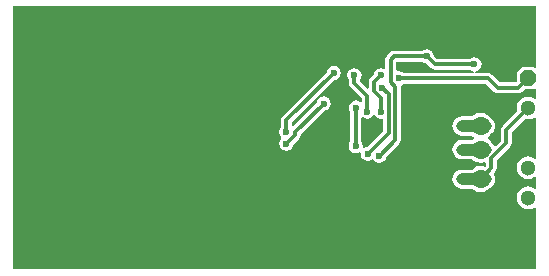
<source format=gbl>
%FSLAX44Y44*%
%MOMM*%
G71*
G01*
G75*
G04 Layer_Physical_Order=2*
G04 Layer_Color=16711680*
%ADD10O,0.6500X0.2000*%
G04:AMPARAMS|DCode=11|XSize=2.75mm|YSize=1.9mm|CornerRadius=0.228mm|HoleSize=0mm|Usage=FLASHONLY|Rotation=90.000|XOffset=0mm|YOffset=0mm|HoleType=Round|Shape=RoundedRectangle|*
%AMROUNDEDRECTD11*
21,1,2.7500,1.4440,0,0,90.0*
21,1,2.2940,1.9000,0,0,90.0*
1,1,0.4560,0.7220,1.1470*
1,1,0.4560,0.7220,-1.1470*
1,1,0.4560,-0.7220,-1.1470*
1,1,0.4560,-0.7220,1.1470*
%
%ADD11ROUNDEDRECTD11*%
G04:AMPARAMS|DCode=12|XSize=1mm|YSize=0.95mm|CornerRadius=0.1995mm|HoleSize=0mm|Usage=FLASHONLY|Rotation=0.000|XOffset=0mm|YOffset=0mm|HoleType=Round|Shape=RoundedRectangle|*
%AMROUNDEDRECTD12*
21,1,1.0000,0.5510,0,0,0.0*
21,1,0.6010,0.9500,0,0,0.0*
1,1,0.3990,0.3005,-0.2755*
1,1,0.3990,-0.3005,-0.2755*
1,1,0.3990,-0.3005,0.2755*
1,1,0.3990,0.3005,0.2755*
%
%ADD12ROUNDEDRECTD12*%
G04:AMPARAMS|DCode=13|XSize=1.45mm|YSize=1.15mm|CornerRadius=0.2013mm|HoleSize=0mm|Usage=FLASHONLY|Rotation=270.000|XOffset=0mm|YOffset=0mm|HoleType=Round|Shape=RoundedRectangle|*
%AMROUNDEDRECTD13*
21,1,1.4500,0.7475,0,0,270.0*
21,1,1.0475,1.1500,0,0,270.0*
1,1,0.4025,-0.3738,-0.5238*
1,1,0.4025,-0.3738,0.5238*
1,1,0.4025,0.3738,0.5238*
1,1,0.4025,0.3738,-0.5238*
%
%ADD13ROUNDEDRECTD13*%
G04:AMPARAMS|DCode=14|XSize=1.45mm|YSize=1.15mm|CornerRadius=0.2013mm|HoleSize=0mm|Usage=FLASHONLY|Rotation=180.000|XOffset=0mm|YOffset=0mm|HoleType=Round|Shape=RoundedRectangle|*
%AMROUNDEDRECTD14*
21,1,1.4500,0.7475,0,0,180.0*
21,1,1.0475,1.1500,0,0,180.0*
1,1,0.4025,-0.5238,0.3738*
1,1,0.4025,0.5238,0.3738*
1,1,0.4025,0.5238,-0.3738*
1,1,0.4025,-0.5238,-0.3738*
%
%ADD14ROUNDEDRECTD14*%
G04:AMPARAMS|DCode=15|XSize=1mm|YSize=0.95mm|CornerRadius=0.1995mm|HoleSize=0mm|Usage=FLASHONLY|Rotation=90.000|XOffset=0mm|YOffset=0mm|HoleType=Round|Shape=RoundedRectangle|*
%AMROUNDEDRECTD15*
21,1,1.0000,0.5510,0,0,90.0*
21,1,0.6010,0.9500,0,0,90.0*
1,1,0.3990,0.2755,0.3005*
1,1,0.3990,0.2755,-0.3005*
1,1,0.3990,-0.2755,-0.3005*
1,1,0.3990,-0.2755,0.3005*
%
%ADD15ROUNDEDRECTD15*%
G04:AMPARAMS|DCode=16|XSize=1mm|YSize=0.9mm|CornerRadius=0.198mm|HoleSize=0mm|Usage=FLASHONLY|Rotation=90.000|XOffset=0mm|YOffset=0mm|HoleType=Round|Shape=RoundedRectangle|*
%AMROUNDEDRECTD16*
21,1,1.0000,0.5040,0,0,90.0*
21,1,0.6040,0.9000,0,0,90.0*
1,1,0.3960,0.2520,0.3020*
1,1,0.3960,0.2520,-0.3020*
1,1,0.3960,-0.2520,-0.3020*
1,1,0.3960,-0.2520,0.3020*
%
%ADD16ROUNDEDRECTD16*%
G04:AMPARAMS|DCode=17|XSize=0.65mm|YSize=0.5mm|CornerRadius=0.2mm|HoleSize=0mm|Usage=FLASHONLY|Rotation=270.000|XOffset=0mm|YOffset=0mm|HoleType=Round|Shape=RoundedRectangle|*
%AMROUNDEDRECTD17*
21,1,0.6500,0.1000,0,0,270.0*
21,1,0.2500,0.5000,0,0,270.0*
1,1,0.4000,-0.0500,-0.1250*
1,1,0.4000,-0.0500,0.1250*
1,1,0.4000,0.0500,0.1250*
1,1,0.4000,0.0500,-0.1250*
%
%ADD17ROUNDEDRECTD17*%
G04:AMPARAMS|DCode=18|XSize=1mm|YSize=0.9mm|CornerRadius=0.198mm|HoleSize=0mm|Usage=FLASHONLY|Rotation=180.000|XOffset=0mm|YOffset=0mm|HoleType=Round|Shape=RoundedRectangle|*
%AMROUNDEDRECTD18*
21,1,1.0000,0.5040,0,0,180.0*
21,1,0.6040,0.9000,0,0,180.0*
1,1,0.3960,-0.3020,0.2520*
1,1,0.3960,0.3020,0.2520*
1,1,0.3960,0.3020,-0.2520*
1,1,0.3960,-0.3020,-0.2520*
%
%ADD18ROUNDEDRECTD18*%
G04:AMPARAMS|DCode=19|XSize=3.4mm|YSize=2.35mm|CornerRadius=0.2938mm|HoleSize=0mm|Usage=FLASHONLY|Rotation=90.000|XOffset=0mm|YOffset=0mm|HoleType=Round|Shape=RoundedRectangle|*
%AMROUNDEDRECTD19*
21,1,3.4000,1.7625,0,0,90.0*
21,1,2.8125,2.3500,0,0,90.0*
1,1,0.5875,0.8812,1.4063*
1,1,0.5875,0.8812,-1.4063*
1,1,0.5875,-0.8812,-1.4063*
1,1,0.5875,-0.8812,1.4063*
%
%ADD19ROUNDEDRECTD19*%
%ADD20O,0.4500X1.5000*%
%ADD21O,0.8500X0.2500*%
%ADD22O,0.2500X0.8500*%
%ADD23R,4.7000X4.7000*%
%ADD24C,0.3000*%
%ADD25C,0.2000*%
%ADD26C,1.0000*%
%ADD27C,0.5000*%
%ADD28C,0.8000*%
%ADD29R,0.4500X1.4000*%
G04:AMPARAMS|DCode=30|XSize=1.3mm|YSize=1.3mm|CornerRadius=0mm|HoleSize=0mm|Usage=FLASHONLY|Rotation=270.000|XOffset=0mm|YOffset=0mm|HoleType=Round|Shape=Octagon|*
%AMOCTAGOND30*
4,1,8,-0.3250,-0.6500,0.3250,-0.6500,0.6500,-0.3250,0.6500,0.3250,0.3250,0.6500,-0.3250,0.6500,-0.6500,0.3250,-0.6500,-0.3250,-0.3250,-0.6500,0.0*
%
%ADD30OCTAGOND30*%

%ADD31C,1.3000*%
%ADD32C,1.0000*%
%ADD33C,1.6000*%
%ADD34C,0.6000*%
%ADD35O,3.0000X1.0000*%
G36*
X310424Y132924D02*
X312409Y131598D01*
X314750Y131132D01*
X315892Y131360D01*
X317162Y130317D01*
Y121151D01*
X303537Y107525D01*
X301659Y107152D01*
X300892Y106639D01*
X299749Y107403D01*
X299867Y108000D01*
X299402Y110341D01*
X298296Y111996D01*
Y132127D01*
X299566Y132663D01*
X301159Y131598D01*
X303500Y131132D01*
X305841Y131598D01*
X307826Y132924D01*
X308490Y133918D01*
X309760D01*
X310424Y132924D01*
D02*
G37*
G36*
X351409Y178348D02*
X353287Y177975D01*
X357381Y173881D01*
X358869Y172886D01*
X360625Y172537D01*
X390192D01*
X391784Y171473D01*
X393619Y171108D01*
X393494Y169838D01*
X334183D01*
X332591Y170902D01*
X330250Y171368D01*
X329108Y171140D01*
X327838Y172183D01*
Y179349D01*
X327901Y179412D01*
X349817D01*
X351409Y178348D01*
D02*
G37*
G36*
X446431Y174978D02*
X445258Y174492D01*
X444500Y175250D01*
X435000D01*
X430250Y170500D01*
Y162739D01*
X429350Y161838D01*
X415900D01*
X409244Y168494D01*
X407756Y169489D01*
X406000Y169838D01*
X394756D01*
X394631Y171108D01*
X396466Y171473D01*
X398451Y172799D01*
X399777Y174784D01*
X400243Y177125D01*
X399777Y179466D01*
X398451Y181451D01*
X396466Y182777D01*
X394125Y183242D01*
X391784Y182777D01*
X390192Y181713D01*
X362525D01*
X359775Y184463D01*
X359402Y186341D01*
X358076Y188326D01*
X356091Y189652D01*
X353750Y190117D01*
X351409Y189652D01*
X349817Y188588D01*
X326000D01*
X324244Y188239D01*
X322756Y187244D01*
X320006Y184494D01*
X319011Y183006D01*
X318662Y181250D01*
Y173949D01*
X317542Y173351D01*
X317091Y173652D01*
X314750Y174118D01*
X312409Y173652D01*
X310424Y172326D01*
X309098Y170341D01*
X308725Y168463D01*
X306006Y165744D01*
X305011Y164256D01*
X304662Y162500D01*
Y157087D01*
X303489Y156601D01*
X297088Y163001D01*
Y164067D01*
X298152Y165659D01*
X298617Y168000D01*
X298152Y170341D01*
X296826Y172326D01*
X294841Y173652D01*
X292500Y174118D01*
X290159Y173652D01*
X288174Y172326D01*
X286848Y170341D01*
X286383Y168000D01*
X286848Y165659D01*
X287912Y164067D01*
Y161101D01*
X288261Y159345D01*
X289256Y157856D01*
X298912Y148200D01*
Y145623D01*
X297642Y145087D01*
X296049Y146152D01*
X293708Y146617D01*
X291367Y146152D01*
X289382Y144826D01*
X288056Y142841D01*
X287590Y140500D01*
X288056Y138159D01*
X289119Y136567D01*
Y111870D01*
X288098Y110341D01*
X287633Y108000D01*
X288098Y105659D01*
X289424Y103674D01*
X291409Y102348D01*
X293750Y101882D01*
X296091Y102348D01*
X296858Y102861D01*
X298001Y102097D01*
X297882Y101500D01*
X298348Y99159D01*
X299674Y97174D01*
X301659Y95848D01*
X304000Y95382D01*
X306341Y95848D01*
X307931Y96910D01*
X308924Y95424D01*
X310909Y94098D01*
X313250Y93632D01*
X315591Y94098D01*
X317576Y95424D01*
X318902Y97409D01*
X319089Y98350D01*
X330494Y109756D01*
X331489Y111244D01*
X331838Y113000D01*
Y158350D01*
X331803Y158526D01*
X332509Y159582D01*
X332591Y159598D01*
X334183Y160662D01*
X404100D01*
X410756Y154006D01*
X412244Y153011D01*
X414000Y152662D01*
X431250D01*
X433006Y153011D01*
X434494Y154006D01*
X436739Y156250D01*
X444500D01*
X445258Y157008D01*
X446431Y156522D01*
Y148533D01*
X445292Y147972D01*
X444541Y148548D01*
X442230Y149505D01*
X439750Y149832D01*
X437270Y149505D01*
X434959Y148548D01*
X432975Y147025D01*
X431452Y145041D01*
X430494Y142730D01*
X430168Y140250D01*
X430494Y137770D01*
X430579Y137567D01*
X418006Y124994D01*
X417011Y123506D01*
X416662Y121750D01*
Y112487D01*
X412094Y107919D01*
X410848Y108167D01*
X410489Y109035D01*
X409206Y110706D01*
X408430Y111301D01*
X407245Y112845D01*
X405443Y114228D01*
X405365Y114413D01*
Y115587D01*
X405443Y115772D01*
X407245Y117155D01*
X408430Y118699D01*
X409206Y119294D01*
X410489Y120965D01*
X411295Y122912D01*
X411570Y125000D01*
X411295Y127088D01*
X410489Y129035D01*
X409206Y130706D01*
X408430Y131301D01*
X407245Y132845D01*
X404948Y134608D01*
X402272Y135717D01*
X399400Y136095D01*
X396529Y135717D01*
X393853Y134608D01*
X391847Y133069D01*
X383501D01*
X381412Y132794D01*
X379466Y131988D01*
X377795Y130706D01*
X376513Y129035D01*
X375707Y127088D01*
X375432Y125000D01*
X375707Y122912D01*
X376513Y120965D01*
X377795Y119294D01*
X379466Y118012D01*
X381412Y117206D01*
X383501Y116931D01*
X391847D01*
X393357Y115772D01*
X393436Y115587D01*
Y114413D01*
X393357Y114228D01*
X391847Y113069D01*
X383501D01*
X381412Y112794D01*
X379466Y111988D01*
X377795Y110706D01*
X376513Y109035D01*
X375707Y107088D01*
X375432Y105000D01*
X375707Y102912D01*
X376513Y100965D01*
X377795Y99294D01*
X379466Y98012D01*
X381412Y97206D01*
X383501Y96931D01*
X391847D01*
X393853Y95392D01*
X396529Y94283D01*
X399400Y93905D01*
X402272Y94283D01*
X402960Y94568D01*
X404016Y93862D01*
Y91194D01*
X403037Y90400D01*
X402272Y90717D01*
X399400Y91095D01*
X396529Y90717D01*
X393853Y89608D01*
X391847Y88069D01*
X383501D01*
X381412Y87794D01*
X379466Y86988D01*
X377795Y85706D01*
X376513Y84035D01*
X375707Y82088D01*
X375432Y80000D01*
X375707Y77912D01*
X376513Y75965D01*
X377795Y74294D01*
X379466Y73012D01*
X381412Y72206D01*
X383501Y71931D01*
X391847D01*
X393853Y70392D01*
X396529Y69283D01*
X399400Y68905D01*
X402272Y69283D01*
X404948Y70392D01*
X407245Y72155D01*
X408430Y73699D01*
X409206Y74294D01*
X410489Y75965D01*
X411295Y77912D01*
X411570Y80000D01*
X411295Y82088D01*
X410489Y84035D01*
X410243Y84354D01*
X411848Y85959D01*
X412843Y87448D01*
X413192Y89204D01*
Y96040D01*
X424494Y107342D01*
X425489Y108830D01*
X425838Y110586D01*
Y119850D01*
X437067Y131079D01*
X437270Y130995D01*
X439750Y130668D01*
X442230Y130995D01*
X444541Y131952D01*
X445292Y132528D01*
X446431Y131967D01*
Y98033D01*
X445292Y97472D01*
X444541Y98048D01*
X442230Y99005D01*
X439750Y99332D01*
X437270Y99005D01*
X434959Y98048D01*
X432975Y96525D01*
X431452Y94541D01*
X430494Y92230D01*
X430168Y89750D01*
X430494Y87270D01*
X431452Y84959D01*
X432975Y82975D01*
X434959Y81452D01*
X437270Y80494D01*
X439750Y80168D01*
X442230Y80494D01*
X444541Y81452D01*
X445292Y82028D01*
X446431Y81467D01*
Y72533D01*
X445292Y71972D01*
X444541Y72548D01*
X442230Y73505D01*
X439750Y73832D01*
X437270Y73505D01*
X434959Y72548D01*
X432975Y71025D01*
X431452Y69041D01*
X430494Y66730D01*
X430168Y64250D01*
X430494Y61770D01*
X431452Y59459D01*
X432975Y57474D01*
X434959Y55952D01*
X437270Y54995D01*
X439750Y54668D01*
X442230Y54995D01*
X444541Y55952D01*
X445292Y56528D01*
X446431Y55967D01*
Y3568D01*
X3568D01*
Y226431D01*
X446431D01*
Y174978D01*
D02*
G37*
%LPC*%
G36*
X275000Y176118D02*
X272659Y175652D01*
X270674Y174326D01*
X269348Y172341D01*
X268975Y170463D01*
X231756Y133244D01*
X230761Y131756D01*
X230412Y130000D01*
Y123933D01*
X229348Y122341D01*
X228883Y120000D01*
X229348Y117659D01*
X230592Y115798D01*
X230733Y115362D01*
Y114638D01*
X230592Y114202D01*
X229348Y112341D01*
X228883Y110000D01*
X229348Y107659D01*
X230674Y105674D01*
X232659Y104348D01*
X235000Y103883D01*
X237341Y104348D01*
X239326Y105674D01*
X240652Y107659D01*
X241025Y109537D01*
X245619Y114131D01*
X246614Y115619D01*
X246963Y117375D01*
Y117975D01*
X266963Y137975D01*
X268841Y138348D01*
X270826Y139674D01*
X272152Y141659D01*
X272617Y144000D01*
X272152Y146341D01*
X270826Y148326D01*
X268841Y149652D01*
X266500Y150118D01*
X264159Y149652D01*
X262174Y148326D01*
X260848Y146341D01*
X260475Y144463D01*
X240858Y124847D01*
X239588Y125373D01*
Y128100D01*
X275463Y163975D01*
X277341Y164348D01*
X279326Y165674D01*
X280652Y167659D01*
X281117Y170000D01*
X280652Y172341D01*
X279326Y174326D01*
X277341Y175652D01*
X275000Y176118D01*
D02*
G37*
%LPD*%
D24*
X431250Y157250D02*
X439750Y165750D01*
X414000Y157250D02*
X431250D01*
X421250Y121750D02*
X439750Y140250D01*
X353750Y184000D02*
X360625Y177125D01*
X394125D01*
X393501Y80000D02*
X399400D01*
X390500D02*
X393501D01*
X326000Y184000D02*
X353750D01*
X314250Y100000D02*
X327250Y113000D01*
X321750Y119250D02*
Y152000D01*
X316250Y157500D02*
X321750Y152000D01*
X330250Y165250D02*
X406000D01*
X414000Y157250D01*
X327250Y113000D02*
Y158350D01*
X303500Y137250D02*
Y150100D01*
X304000Y101500D02*
X321750Y119250D01*
X293708Y108042D02*
Y140500D01*
Y108042D02*
X293750Y108000D01*
X235000Y120000D02*
Y130000D01*
X275000Y170000D01*
X235000Y110000D02*
X242375Y117375D01*
Y119875D01*
X266500Y144000D01*
X323250Y162351D02*
Y181250D01*
Y162351D02*
X327250Y158350D01*
X323250Y181250D02*
X326000Y184000D01*
X309250Y154600D02*
X314750Y149101D01*
Y137250D02*
Y149101D01*
X309250Y154600D02*
Y162500D01*
X314750Y168000D01*
X292500Y161101D02*
Y168000D01*
Y161101D02*
X303500Y150100D01*
X399400Y80000D02*
X408604Y89204D01*
Y97940D01*
X421250Y110586D01*
Y121750D01*
D28*
X420250Y92500D02*
X439750Y112000D01*
Y115250D01*
D30*
Y165750D02*
D03*
D31*
Y140250D02*
D03*
Y115250D02*
D03*
Y89750D02*
D03*
Y64250D02*
D03*
D32*
X420500Y52750D02*
D03*
Y177500D02*
D03*
X420250Y137500D02*
D03*
Y92500D02*
D03*
D33*
X399400Y80000D02*
D03*
Y105000D02*
D03*
Y125000D02*
D03*
Y150000D02*
D03*
D34*
X235000Y110000D02*
D03*
Y120000D02*
D03*
X355250Y122500D02*
D03*
X212250Y100500D02*
D03*
X198500Y129500D02*
D03*
X394125Y177125D02*
D03*
X353750Y184000D02*
D03*
X314750Y137250D02*
D03*
X316250Y157500D02*
D03*
X330250Y165250D02*
D03*
X303500Y137250D02*
D03*
X275000Y170000D02*
D03*
X313250Y99750D02*
D03*
X304000Y101500D02*
D03*
X293708Y140500D02*
D03*
X293750Y108000D02*
D03*
X266500Y144000D02*
D03*
X97000Y97000D02*
D03*
X103000D02*
D03*
X109000D02*
D03*
X121000D02*
D03*
X127000D02*
D03*
X133000D02*
D03*
X97000Y115000D02*
D03*
X103000D02*
D03*
X109000D02*
D03*
X121000D02*
D03*
X127000D02*
D03*
X133000D02*
D03*
X103000Y133000D02*
D03*
X109000D02*
D03*
X115000D02*
D03*
X121000D02*
D03*
X127000D02*
D03*
X133000D02*
D03*
Y127000D02*
D03*
Y121000D02*
D03*
Y109000D02*
D03*
Y103000D02*
D03*
X115000Y97000D02*
D03*
Y127000D02*
D03*
Y121000D02*
D03*
Y115000D02*
D03*
Y109000D02*
D03*
Y103000D02*
D03*
X97000Y133000D02*
D03*
Y127000D02*
D03*
Y121000D02*
D03*
Y109000D02*
D03*
Y103000D02*
D03*
X314750Y168000D02*
D03*
X292500D02*
D03*
X345250Y90250D02*
D03*
X335250D02*
D03*
Y98964D02*
D03*
X345250Y99005D02*
D03*
X335250Y81494D02*
D03*
X345250Y81536D02*
D03*
X395000Y37500D02*
D03*
X385000D02*
D03*
X375000D02*
D03*
X365000D02*
D03*
X355000D02*
D03*
X335000D02*
D03*
X345000D02*
D03*
X325000D02*
D03*
X315000D02*
D03*
X305000D02*
D03*
X295000D02*
D03*
X285000D02*
D03*
X275000D02*
D03*
X265000D02*
D03*
X255000D02*
D03*
X245000D02*
D03*
X235000D02*
D03*
X225000D02*
D03*
X215000D02*
D03*
X205000D02*
D03*
X195000D02*
D03*
X185000D02*
D03*
X175000D02*
D03*
X165000D02*
D03*
X155000D02*
D03*
X145000D02*
D03*
X135000D02*
D03*
X125000D02*
D03*
X115000D02*
D03*
X95000D02*
D03*
X105000D02*
D03*
X85000D02*
D03*
X75000D02*
D03*
X65000D02*
D03*
X37500Y60000D02*
D03*
Y70000D02*
D03*
Y80000D02*
D03*
Y90000D02*
D03*
Y100000D02*
D03*
Y110000D02*
D03*
Y120000D02*
D03*
Y130000D02*
D03*
Y140000D02*
D03*
Y150000D02*
D03*
Y160000D02*
D03*
Y170000D02*
D03*
X65000Y192500D02*
D03*
X75000D02*
D03*
X85000D02*
D03*
X95000D02*
D03*
X105000D02*
D03*
X115000D02*
D03*
X125000D02*
D03*
X135000D02*
D03*
X145000D02*
D03*
X155000D02*
D03*
X175000D02*
D03*
X165000D02*
D03*
X185000D02*
D03*
X195000D02*
D03*
X205000D02*
D03*
X215000D02*
D03*
X225000D02*
D03*
X245000D02*
D03*
X235000D02*
D03*
D35*
X393501Y150000D02*
D03*
Y125000D02*
D03*
Y105000D02*
D03*
Y80000D02*
D03*
M02*

</source>
